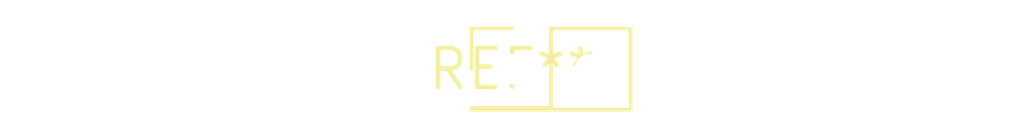
<source format=kicad_pcb>
(kicad_pcb (version 20240108) (generator pcbnew)
  (layers (0 "F.Cu" signal) (31 "B.Cu" signal) (34 "B.Paste" user) (35 "F.Paste" user) (36 "B.SilkS" user "B.Silkscreen") (37 "F.SilkS" user "F.Silkscreen") (38 "B.Mask" user) (39 "F.Mask" user) (44 "Edge.Cuts" user))
  (net 0 "")
  (footprint "PinHeader_2x01_P2.54mm_Vertical" (layer "F.Cu") (at 0 0)
    (property "Reference" "REF**")
    (property "Value" "PinHeader_2x01_P2.54mm_Vertical")
    (fp_line (start -1.33 -1.33) (end 0 -1.33) (layer "F.SilkS") (stroke (width 0.12)))
    (fp_line (start -1.33 0) (end -1.33 -1.33) (layer "F.SilkS") (stroke (width 0.12)))
    (fp_line (start -1.33 1.27) (end -1.33 1.33) (layer "F.SilkS") (stroke (width 0.12)))
    (fp_line (start -1.33 1.27) (end 1.27 1.27) (layer "F.SilkS") (stroke (width 0.12)))
    (fp_line (start -1.33 1.33) (end 3.87 1.33) (layer "F.SilkS") (stroke (width 0.12)))
    (fp_line (start 1.27 -1.33) (end 3.87 -1.33) (layer "F.SilkS") (stroke (width 0.12)))
    (fp_line (start 1.27 1.27) (end 1.27 -1.33) (layer "F.SilkS") (stroke (width 0.12)))
    (fp_line (start 3.87 -1.33) (end 3.87 1.33) (layer "F.SilkS") (stroke (width 0.12)))
    (pad "1" thru_hole rect (at 0 0) (size 1.7 1.7) (drill 1) (layers *.Cu *.Mask) (remove_unused_layers))
    (pad "2" thru_hole oval (at 2.54 0) (size 1.7 1.7) (drill 1) (layers *.Cu *.Mask) (remove_unused_layers))
  )
)
</source>
